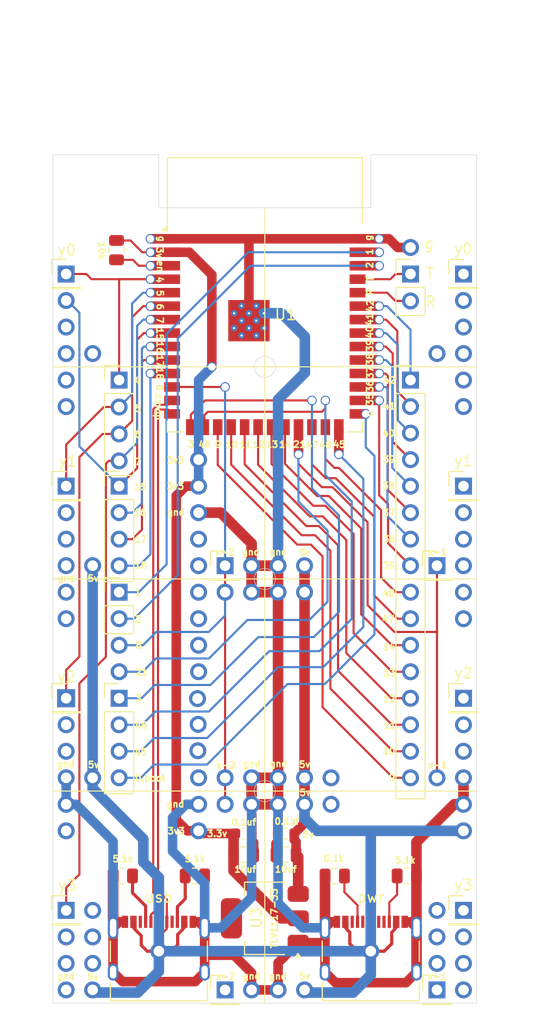
<source format=kicad_pcb>
(kicad_pcb (version 20241229) (generator "pcbnew") (generator_version "9.0")
  (layers (0 "F.Cu" signal) (2 "B.Cu" signal) (13 "F.Paste" user) (15 "B.Paste" user) (5 "F.SilkS" user "F.Silkscreen") (7 "B.SilkS" user "B.Silkscreen") (1 "F.Mask" user) (3 "B.Mask" user) (25 "Edge.Cuts" user))
  (net 0 "")
  (net 1 "y0")
  (net 2 "GND")
  (net 3 "Net-(J12-Pin_2)")
  (net 4 "y1")
  (net 5 "y2")
  (net 6 "y3")
  (net 7 "Net-(J12-Pin_1)")
  (net 8 "d+")
  (net 9 "g16")
  (net 10 "g15")
  (net 11 "x0")
  (net 12 "Net-(J5-Pin_1)")
  (net 13 "Net-(J5-Pin_2)")
  (net 14 "d-")
  (net 15 "g0")
  (net 16 "x1")
  (net 17 "Net-(J11-CC2)")
  (net 18 "Net-(J11-CC1)")
  (net 21 "Net-(U1-EN)")
  (net 22 "g45")
  (net 23 "+3V3")
  (net 24 "+5V")
  (net 25 "Net-(J13-Pin_6)")
  (net 26 "Net-(J13-Pin_7)")
  (net 27 "Net-(J13-Pin_4)")
  (net 28 "Net-(J13-Pin_2)")
  (net 29 "Net-(J13-Pin_3)")
  (net 30 "Net-(J13-Pin_1)")
  (net 31 "Net-(J13-Pin_5)")
  (net 32 "Net-(J13-Pin_8)")
  (net 33 "v14")
  (net 34 "v11")
  (net 35 "v13")
  (net 36 "v15")
  (net 37 "v9")
  (net 38 "v10")
  (net 39 "v12")
  (net 40 "v16")
  (net 41 "g46")
  (net 42 "g3")
  (net 43 "Net-(J8-CC2)")
  (net 44 "Net-(J8-CC1)")
  (net 51 "g18")
  (net 52 "g17")
  (footprint "RF_Module:ESP32-S3-WROOM-1" (layer "F.Cu") (at 40 33.19)
    (property "Reference" "U1")
    (property "Value" "ESP32-S3-WROOM-1" (hide yes))
  )
  (footprint "Connector_PinHeader_2.54mm:PinHeader_1x02_P2.54mm_Vertical" (layer "F.Cu") (at 53.75 31.25)
    (property "Reference" "J12" (hide yes))
    (property "Value" "Conn_01x02_Pin" (hide yes))
  )
  (footprint "Resistor_SMD:R_0805_2012Metric" (layer "F.Cu") (at 26.6 88 180)
    (property "Reference" "R3" (hide yes))
    (property "Value" "5.1k")
  )
  (footprint "Resistor_SMD:R_0805_2012Metric" (layer "F.Cu") (at 46.6 88.01 180)
    (property "Reference" "R5" (hide yes))
    (property "Value" "5.1k")
  )
  (footprint "Resistor_SMD:R_0805_2012Metric" (layer "F.Cu") (at 53.4 88)
    (property "Reference" "R6" (hide yes))
    (property "Value" "5.1k")
  )
  (footprint "Resistor_SMD:R_0805_2012Metric" (layer "F.Cu") (at 33.4 88)
    (property "Reference" "R4" (hide yes))
    (property "Value" "5.1k")
  )
  (footprint "Connector_PinHeader_2.54mm:PinHeader_1x01_P2.54mm_Vertical" (layer "F.Cu") (at 56.25 98.75)
    (property "Reference" "J9" (hide yes))
    (property "Value" "Conn_01x01_Pin")
  )
  (footprint "Connector_PinHeader_2.54mm:PinHeader_1x01_P2.54mm_Vertical" (layer "F.Cu") (at 21.25 71.25)
    (property "Reference" "J3" (hide yes))
    (property "Value" "Conn_01x01_Pin")
  )
  (footprint "Connector_PinHeader_2.54mm:PinHeader_1x01_P2.54mm_Vertical" (layer "F.Cu") (at 56.25 58.75)
    (property "Reference" "J9" (hide yes))
    (property "Value" "Conn_01x01_Pin")
  )
  (footprint "Connector_PinHeader_2.54mm:PinHeader_1x04_P2.54mm_Vertical" (layer "F.Cu") (at 26.25 41.25)
    (property "Reference" "J14" (hide yes))
    (property "Value" "Conn_01x04_Pin")
  )
  (footprint "Connector_PinHeader_2.54mm:PinHeader_1x01_P2.54mm_Vertical" (layer "F.Cu") (at 58.75 91.25)
    (property "Reference" "y3")
    (property "Value" "Conn_01x01_Pin")
  )
  (footprint "Connector_PinHeader_2.54mm:PinHeader_1x01_P2.54mm_Vertical" (layer "F.Cu") (at 21.25 91.25)
    (property "Reference" "J4" (hide yes))
    (property "Value" "Conn_01x01_Pin")
  )
  (footprint "Connector_PinHeader_2.54mm:PinHeader_1x01_P2.54mm_Vertical" (layer "F.Cu") (at 36.25 58.75)
    (property "Reference" "J10" (hide yes))
    (property "Value" "Conn_01x01_Pin")
  )
  (footprint "Connector_PinHeader_2.54mm:PinHeader_1x01_P2.54mm_Vertical" (layer "F.Cu") (at 58.75 51.25)
    (property "Reference" "y1")
    (property "Value" "Conn_01x01_Pin" (hide yes))
  )
  (footprint "Connector_USB:USB_C_Receptacle_XKB_U262-16XN-4BVC11" (layer "F.Cu") (at 30 96)
    (property "Reference" "J11" (hide yes))
    (property "Value" "USB_C_Receptacle_USB2.0_16P")
  )
  (footprint "Connector_PinHeader_2.54mm:PinHeader_1x01_P2.54mm_Vertical" (layer "F.Cu") (at 58.75 31.25)
    (property "Reference" "y0")
    (property "Value" "Conn_01x01_Pin" (hide yes))
  )
  (footprint "Connector_PinHeader_2.54mm:PinHeader_1x04_P2.54mm_Vertical" (layer "F.Cu") (at 26.25 71.25)
    (property "Reference" "J7" (hide yes))
    (property "Value" "Conn_01x04_Pin")
  )
  (footprint "Connector_PinHeader_2.54mm:PinHeader_1x01_P2.54mm_Vertical" (layer "F.Cu") (at 58.75 71.25)
    (property "Reference" "y2")
    (property "Value" "Conn_01x01_Pin")
  )
  (footprint "Capacitor_SMD:C_0603_1608Metric" (layer "F.Cu") (at 42 84 180)
    (property "Reference" "C1" (hide yes))
    (property "Value" "0.1uf")
  )
  (footprint "Connector_PinHeader_2.54mm:PinHeader_1x01_P2.54mm_Vertical" (layer "F.Cu") (at 21.25 31.25)
    (property "Reference" "J1" (hide yes))
    (property "Value" "Conn_01x01_Pin")
  )
  (footprint "Connector_PinHeader_2.54mm:PinHeader_1x02_P2.54mm_Vertical" (layer "F.Cu") (at 26.25 61.25)
    (property "Reference" "J5" (hide yes))
    (property "Value" "Conn_01x02_Pin" (hide yes))
  )
  (footprint "Capacitor_SMD:C_0805_2012Metric" (layer "F.Cu") (at 38 86)
    (property "Reference" "C4" (hide yes))
    (property "Value" "10uf")
  )
  (footprint "Connector_PinHeader_2.54mm:PinHeader_1x01_P2.54mm_Vertical" (layer "F.Cu") (at 21.25 51.25)
    (property "Reference" "J2" (hide yes))
    (property "Value" "Conn_01x01_Pin")
  )
  (footprint "Package_TO_SOT_SMD:SOT-223" (layer "F.Cu") (at 40 92 180)
    (property "Reference" "U3")
    (property "Value" "TLV1117-33")
  )
  (footprint "Connector_PinHeader_2.54mm:PinHeader_1x04_P2.54mm_Vertical" (layer "F.Cu") (at 26.25 51.25)
    (property "Reference" "J6" (hide yes))
    (property "Value" "Conn_01x04_Pin")
  )
  (footprint "Connector_PinHeader_2.54mm:PinHeader_1x16_P2.54mm_Vertical" (layer "F.Cu") (at 53.75 41.25)
    (property "Reference" "J13" (hide yes))
    (property "Value" "Conn_01x16_Pin")
  )
  (footprint "Capacitor_SMD:C_0805_2012Metric" (layer "F.Cu") (at 42 86 180)
    (property "Reference" "C2" (hide yes))
    (property "Value" "10uf")
  )
  (footprint "Connector_PinHeader_2.54mm:PinHeader_1x01_P2.54mm_Vertical" (layer "F.Cu") (at 36.25 98.75)
    (property "Reference" "x-2")
    (property "Value" "Conn_01x01_Pin")
  )
  (footprint "Connector_USB:USB_C_Receptacle_XKB_U262-16XN-4BVC11" (layer "F.Cu") (at 50 96)
    (property "Reference" "J8" (hide yes))
    (property "Value" "USB_C_Receptacle_USB2.0_16P")
  )
  (footprint "Capacitor_SMD:C_0603_1608Metric" (layer "F.Cu") (at 38 84)
    (property "Reference" "C3" (hide yes))
    (property "Value" "0.1uf")
  )
  (footprint "Resistor_SMD:R_0805_2012Metric" (layer "F.Cu") (at 26 29 -90)
    (property "Reference" "R1" (hide yes))
    (property "Value" "R")
  )
  (gr_line (start 20 60) (end 60 60) (stroke (width 0.1)) (layer "F.SilkS"))
  (gr_line (start 20 80) (end 60 80) (stroke (width 0.1)) (layer "F.SilkS"))
  (gr_line (start 20 40) (end 60 40) (stroke (width 0.1)) (layer "F.SilkS"))
  (gr_line (start 40 100) (end 40 25) (stroke (width 0.1)) (layer "F.SilkS"))
  (gr_line (start 50 25) (end 50 20) (stroke (width 0.05)) (layer "Edge.Cuts"))
  (gr_line (start 50 25) (end 30 25) (stroke (width 0.05)) (layer "Edge.Cuts"))
  (gr_line (start 50 20) (end 60 20) (stroke (width 0.05)) (layer "Edge.Cuts"))
  (gr_circle (center 40 60) (end 41 60) (stroke (width 0.05)) (fill no) (layer "Edge.Cuts"))
  (gr_line (start 30 20) (end 30 25) (stroke (width 0.05)) (layer "Edge.Cuts"))
  (gr_circle (center 40 80) (end 41 80) (stroke (width 0.05)) (fill no) (layer "Edge.Cuts"))
  (gr_line (start 20 20) (end 30 20) (stroke (width 0.05)) (layer "Edge.Cuts"))
  (gr_line (start 20 100) (end 20 20) (stroke (width 0.05)) (layer "Edge.Cuts"))
  (gr_circle (center 40 40) (end 41 40) (stroke (width 0.05)) (fill no) (layer "Edge.Cuts"))
  (gr_line (start 20 100) (end 60 100) (stroke (width 0.05)) (layer "Edge.Cuts"))
  (gr_line (start 60 100) (end 60 20) (stroke (width 0.05)) (layer "Edge.Cuts"))
  (gr_text "g" (at 50.1 28.2 90) (layer "F.SilkS") (effects (font (size 0.6 0.6)) (justify left bottom)))
  (gr_text "47" (at 43.8 47.75 0) (layer "F.SilkS") (effects (font (size 0.6 0.6)) (justify left bottom)))
  (gr_text "gnd" (at 40.36 57.81 0) (layer "F.SilkS") (effects (font (size 0.6 0.6)) (justify left bottom)))
  (gr_text "46" (at 33.65 47.7 0) (layer "F.SilkS") (effects (font (size 0.6 0.6)) (justify left bottom)))
  (gr_text "1" (at 50.25 29.54 90) (layer "F.SilkS") (effects (font (size 0.6 0.6)) (justify left bottom)))
  (gr_text "1" (at 27.64 61.61 0) (layer "F.SilkS") (effects (font (size 0.6 0.6)) (justify left bottom)))
  (gr_text "y3" (at 21.37 88.91 0) (layer "F.SilkS") (effects (font (size 1 1))))
  (gr_text "x-1" (at 56.29 57.47 0) (layer "F.SilkS") (effects (font (size 0.6 0.6))))
  (gr_text "41" (at 51.75 43.72 0) (layer "F.SilkS") (effects (font (size 0.6 0.6))))
  (gr_text "5.1k" (at 53.25 86.52 0) (layer "F.SilkS") (effects (font (size 0.6 0.6))))
  (gr_text "x-1" (at 55.31 77.89 0) (layer "F.SilkS") (effects (font (size 0.6 0.6)) (justify left bottom)))
  (gr_text "gnd" (at 20.33 77.79 0) (layer "F.SilkS") (effects (font (size 0.6 0.6)) (justify left bottom)))
  (gr_text "5.1k" (at 46.51 86.36 0) (layer "F.SilkS") (effects (font (size 0.6 0.6))))
  (gr_text "3" (at 28.06 71.29 0) (layer "F.SilkS") (effects (font (size 0.6 0.6))))
  (gr_text "3.3v" (at 34.45 84.36 0) (layer "F.SilkS") (effects (font (size 0.6 0.6)) (justify left bottom)))
  (gr_text "21" (at 42.6 47.675 0) (layer "F.SilkS") (effects (font (size 0.6 0.6)) (justify left bottom)))
  (gr_text "gnd" (at 31.61 53.72 0) (layer "F.SilkS") (effects (font (size 0.6 0.6))))
  (gr_text "38" (at 51.67 51.21 0) (layer "F.SilkS") (effects (font (size 0.6 0.6))))
  (gr_text "7" (at 28.01 48.96 0) (layer "F.SilkS") (effects (font (size 0.6 0.6))))
  (gr_text "15" (at 29.725 36.225 270) (layer "F.SilkS") (effects (font (size 0.6 0.6)) (justify left bottom)))
  (gr_text "46" (at 28.33 73.82 0) (layer "F.SilkS") (effects (font (size 0.6 0.6))))
  (gr_text "x-2" (at 35.35 77.9 0) (layer "F.SilkS") (effects (font (size 0.6 0.6)) (justify left bottom)))
  (gr_text "y0" (at 21.3 28.98 0) (layer "F.SilkS") (effects (font (size 1 1))))
  (gr_text "y2" (at 21.29 69.23 0) (layer "F.SilkS") (effects (font (size 1 1))))
  (gr_text "14" (at 51.07 66.76 0) (layer "F.SilkS") (effects (font (size 0.6 0.6)) (justify left bottom)))
  (gr_text "8" (at 29.725 41.575 270) (layer "F.SilkS") (effects (font (size 0.6 0.6)) (justify left bottom)))
  (gr_text "10" (at 36.2 47.7 0) (layer "F.SilkS") (effects (font (size 0.6 0.6)) (justify left bottom)))
  (gr_text "10uf" (at 37.04 87.73 0) (layer "F.SilkS") (effects (font (size 0.6 0.6)) (justify left bottom)))
  (gr_text "y1" (at 21.4 48.91 0) (layer "F.SilkS") (effects (font (size 1 1))))
  (gr_text "5v" (at 23.22 77.87 0) (layer "F.SilkS") (effects (font (size 0.6 0.6)) (justify left bottom)))
  (gr_text "3v3" (at 31.64 83.77 0) (layer "F.SilkS") (effects (font (size 0.6 0.6))))
  (gr_text "48" (at 45.05 47.725 0) (layer "F.SilkS") (effects (font (size 0.6 0.6)) (justify left bottom)))
  (gr_text "13" (at 51.12 69.21 0) (layer "F.SilkS") (effects (font (size 0.6 0.6)) (justify left bottom)))
  (gr_text "18" (at 29.725 39.975 270) (layer "F.SilkS") (effects (font (size 0.6 0.6)) (justify left bottom)))
  (gr_text "0.1uf" (at 36.76 83.28 0) (layer "F.SilkS") (effects (font (size 0.6 0.6)) (justify left bottom)))
  (gr_text "5" (at 28.03 43.94 0) (layer "F.SilkS") (effects (font (size 0.6 0.6))))
  (gr_text "gnd" (at 37.84 97.8 0) (layer "F.SilkS") (effects (font (size 0.6 0.6)) (justify left bottom)))
  (gr_text "4" (at 27.97 41.36 0) (layer "F.SilkS") (effects (font (size 0.6 0.6))))
  (gr_text "41" (at 50.25 36.2 90) (layer "F.SilkS") (effects (font (size 0.6 0.6)) (justify left bottom)))
  (gr_text "4" (at 29.725 31.4 270) (layer "F.SilkS") (effects (font (size 0.6 0.6)) (justify left bottom)))
  (gr_text "6" (at 29.75 33.95 270) (layer "F.SilkS") (effects (font (size 0.6 0.6)) (justify left bottom)))
  (gr_text "40" (at 51.68 46.27 0) (layer "F.SilkS") (effects (font (size 0.6 0.6))))
  (gr_text "5v" (at 43.19 57.85 0) (layer "F.SilkS") (effects (font (size 0.6 0.6)) (justify left bottom)))
  (gr_text "17" (at 29.75 38.775 270) (layer "F.SilkS") (effects (font (size 0.6 0.6)) (justify left bottom)))
  (gr_text "15" (at 28.28 51.33 0) (layer "F.SilkS") (effects (font (size 0.6 0.6))))
  (gr_text "38" (at 50.275 39.975 90) (layer "F.SilkS") (effects (font (size 0.6 0.6)) (justify left bottom)))
  (gr_text "40" (at 50.25 37.4 90) (layer "F.SilkS") (effects (font (size 0.6 0.6)) (justify left bottom)))
  (gr_text "35" (at 50.275 43.75 90) (layer "F.SilkS") (effects (font (size 0.6 0.6)) (justify left bottom)))
  (gr_text "12" (at 38.725 47.675 0) (layer "F.SilkS") (effects (font (size 0.6 0.6)) (justify left bottom)))
  (gr_text "18" (at 28.29 58.73 0) (layer "F.SilkS") (effects (font (size 0.6 0.6))))
  (gr_text "16" (at 29.75 37.5 270) (layer "F.SilkS") (effects (font (size 0.6 0.6)) (justify left bottom)))
  (gr_text "x-1" (at 56.27 97.49 0) (layer "F.SilkS") (effects (font (size 0.6 0.6))))
  (gr_text "8" (at 27.71 66.61 0) (layer "F.SilkS") (effects (font (size 0.6 0.6)) (justify left bottom)))
  (gr_text "6" (at 28 46.37 0) (layer "F.SilkS") (effects (font (size 0.6 0.6))))
  (gr_text "g" (at 29.9 27.56 270) (layer "F.SilkS") (effects (font (size 0.6 0.6)) (justify left bottom)))
  (gr_text "12" (at 51.09 71.65 0) (layer "F.SilkS") (effects (font (size 0.6 0.6)) (justify left bottom)))
  (gr_text "gnd" (at 20.32 97.83 0) (layer "F.SilkS") (effects (font (size 0.6 0.6)) (justify left bottom)))
  (gr_text "5v" (at 43.15 77.85 0) (layer "F.SilkS") (effects (font (size 0.6 0.6)) (justify left bottom)))
  (gr_text "dm" (at 29.61 42.4 270) (layer "F.SilkS") (effects (font (size 0.6 0.6)) (justify left bottom)))
  (gr_text "3" (at 32.65 47.65 0) (layer "F.SilkS") (effects (font (size 0.6 0.6)) (justify left bottom)))
  (gr_text "R" (at 50.3 33.37 90) (layer "F.SilkS") (effects (font (size 0.6 0.6)) (justify left bottom)))
  (gr_text "37" (at 50.3 41.225 90) (layer "F.SilkS") (effects (font (size 0.6 0.6)) (justify left bottom)))
  (gr_text "35" (at 51.71 58.75 0) (layer "F.SilkS") (effects (font (size 0.6 0.6))))
  (gr_text "16" (at 28.25 53.73 0) (layer "F.SilkS") (effects (font (size 0.6 0.6))))
  (gr_text "10uf" (at 40.87 87.73 0) (layer "F.SilkS") (effects (font (size 0.6 0.6)) (justify left bottom)))
  (gr_text "42" (at 51.76 41.27 0) (layer "F.SilkS") (effects (font (size 0.6 0.6))))
  (gr_text "45" (at 28.3 76.34 0) (layer "F.SilkS") (effects (font (size 0.6 0.6))))
  (gr_text "5v" (at 43.47 84.47 0) (layer "F.SilkS") (effects (font (size 0.6 0.6)) (justify left bottom)))
  (gr_text "gnd" (at 38.68 57.47 0) (layer "F.SilkS") (effects (font (size 0.6 0.6))))
  (gr_text "T" (at 50.31 32.03 90) (layer "F.SilkS") (effects (font (size 0.6 0.6)) (justify left bottom)))
  (gr_text "pwr" (at 50 90 0) (layer "F.SilkS") (effects (font (size 1 1))))
  (gr_text "9" (at 35.2 47.675 0) (layer "F.SilkS") (effects (font (size 0.6 0.6)) (justify left bottom)))
  (gr_text "7" (at 29.75 35.225 270) (layer "F.SilkS") (effects (font (size 0.6 0.6)) (justify left bottom)))
  (gr_text "14" (at 41.25 47.675 0) (layer "F.SilkS") (effects (font (size 0.6 0.6)) (justify left bottom)))
  (gr_text "0" (at 50.25 44.79 90) (layer "F.SilkS") (effects (font (size 0.6 0.6)) (justify left bottom)))
  (gr_text "39" (at 51.72 48.73 0) (layer "F.SilkS") (effects (font (size 0.6 0.6))))
  (gr_text "5v" (at 23.19 60.3 0) (layer "F.SilkS") (effects (font (size 0.6 0.6)) (justify left bottom)))
  (gr_text "gnd" (at 40.33 97.82 0) (layer "F.SilkS") (effects (font (size 0.6 0.6)) (justify left bottom)))
  (gr_text "5v" (at 23.17 97.88 0) (layer "F.SilkS") (effects (font (size 0.6 0.6)) (justify left bottom)))
  (gr_text "9" (at 51.63 79.1 0) (layer "F.SilkS") (effects (font (size 0.6 0.6)) (justify left bottom)))
  (gr_text "usb" (at 30 90 0) (layer "F.SilkS") (effects (font (size 1 1))))
  (gr_text "dp" (at 29.61 43.83 270) (layer "F.SilkS") (effects (font (size 0.6 0.6)) (justify left bottom)))
  (gr_text "48" (at 51.03 61.71 0) (layer "F.SilkS") (effects (font (size 0.6 0.6)) (justify left bottom)))
  (gr_text "5" (at 29.75 32.675 270) (layer "F.SilkS") (effects (font (size 0.6 0.6)) (justify left bottom)))
  (gr_text "36" (at 51.73 56.25 0) (layer "F.SilkS") (effects (font (size 0.6 0.6))))
  (gr_text "T" (at 55.08 31.79 0) (layer "F.SilkS") (effects (font (size 1 1)) (justify left bottom)))
  (gr_text "gnd" (at 40.38 77.78 0) (layer "F.SilkS") (effects (font (size 0.6 0.6)) (justify left bottom)))
  (gr_text "g" (at 54.96 28.97 0) (layer "F.SilkS") (effects (font (size 1 1)) (justify left bottom)))
  (gr_text "gnd" (at 20.36 60.26 0) (layer "F.SilkS") (effects (font (size 0.6 0.6)) (justify left bottom)))
  (gr_text "2" (at 27.67 64.16 0) (layer "F.SilkS") (effects (font (size 0.6 0.6)) (justify left bottom)))
  (gr_text "36" (at 50.275 42.5 90) (layer "F.SilkS") (effects (font (size 0.6 0.6)) (justify left bottom)))
  (gr_text "en" (at 29.775 29.9 270) (layer "F.SilkS") (effects (font (size 0.6 0.6)) (justify left bottom)))
  (gr_text "0,boot" (at 29.18 78.78 0) (layer "F.SilkS") (effects (font (size 0.6 0.6))))
  (gr_text "17" (at 28.28 56.27 0) (layer "F.SilkS") (effects (font (size 0.6 0.6))))
  (gr_text "13" (at 40 47.675 0) (layer "F.SilkS") (effects (font (size 0.6 0.6)) (justify left bottom)))
  (gr_text "5v" (at 43.2 80.5 0) (layer "F.SilkS") (effects (font (size 0.6 0.6)) (justify left bottom)))
  (gr_text "3v3" (at 31.57 48.83 0) (layer "F.SilkS") (effects (font (size 0.6 0.6))))
  (gr_text "5v" (at 43.14 97.79 0) (layer "F.SilkS") (effects (font (size 0.6 0.6)) (justify left bottom)))
  (gr_text "21" (at 27.68 69.13 0) (layer "F.SilkS") (effects (font (size 0.6 0.6)) (justify left bottom)))
  (gr_text "45" (at 46.35 47.675 0) (layer "F.SilkS") (effects (font (size 0.6 0.6)) (justify left bottom)))
  (gr_text "3v" (at 29.725 28.625 270) (layer "F.SilkS") (effects (font (size 0.6 0.6)) (justify left bottom)))
  (gr_text "gnd" (at 31.57 81.23 0) (layer "F.SilkS") (effects (font (size 0.6 0.6))))
  (gr_text "11" (at 51.14 74.18 0) (layer "F.SilkS") (effects (font (size 0.6 0.6)) (justify left bottom)))
  (gr_text "R" (at 55.02 34.45 0) (layer "F.SilkS") (effects (font (size 1 1)) (justify left bottom)))
  (gr_text "gnd" (at 37.87 77.79 0) (layer "F.SilkS") (effects (font (size 0.6 0.6)) (justify left bottom)))
  (gr_text "37" (at 51.71 53.77 0) (layer "F.SilkS") (effects (font (size 0.6 0.6))))
  (gr_text "10k" (at 24.28 28.12 270) (layer "F.SilkS") (effects (font (size 0.6 0.6)) (justify left bottom)))
  (gr_text "11" (at 37.475 47.7 0) (layer "F.SilkS") (effects (font (size 0.6 0.6)) (justify left bottom)))
  (gr_text "0.1uf" (at 40.83 83.21 0) (layer "F.SilkS") (effects (font (size 0.6 0.6)) (justify left bottom)))
  (gr_text "10" (at 51.06 76.59 0) (layer "F.SilkS") (effects (font (size 0.6 0.6)) (justify left bottom)))
  (gr_text "3v3" (at 31.57 51.27 0) (layer "F.SilkS") (effects (font (size 0.6 0.6))))
  (gr_text "2" (at 50.25 30.8 90) (layer "F.SilkS") (effects (font (size 0.6 0.6)) (justify left bottom)))
  (gr_text "x-2" (at 36.25 57.49 0) (layer "F.SilkS") (effects (font (size 0.6 0.6))))
  (gr_text "47" (at 50.98 64.15 0) (layer "F.SilkS") (effects (font (size 0.6 0.6)) (justify left bottom)))
  (gr_text "39" (at 50.275 38.675 90) (layer "F.SilkS") (effects (font (size 0.6 0.6)) (justify left bottom)))
  (gr_text "42" (at 50.3 34.925 90) (layer "F.SilkS") (effects (font (size 0.6 0.6)) (justify left bottom)))
  (via (at 58.75 96.25) (size 1.6) (drill 1) (layers "F.Cu" "B.Cu") (net 0))
  (via (at 33.75 63.75) (size 1.6) (drill 1) (layers "F.Cu" "B.Cu") (net 0))
  (via (at 33.71 73.71) (size 1.6) (drill 1) (layers "F.Cu" "B.Cu") (net 0))
  (via (at 33.68 76.2) (size 1.6) (drill 1) (layers "F.Cu" "B.Cu") (net 0))
  (via (at 58.75 61.25) (size 1.6) (drill 1) (layers "F.Cu" "B.Cu") (net 0))
  (via (at 21.25 38.75) (size 1.6) (drill 1) (layers "F.Cu" "B.Cu") (net 0))
  (via (at 23.75 38.75) (size 1.6) (drill 1) (layers "F.Cu" "B.Cu") (net 0))
  (via (at 21.25 36.25) (size 1.6) (drill 1) (layers "F.Cu" "B.Cu") (net 0))
  (via (at 58.75 38.75) (size 1.6) (drill 1) (layers "F.Cu" "B.Cu") (net 0))
  (via (at 33.75 78.75) (size 1.6) (drill 1) (layers "F.Cu" "B.Cu") (net 0))
  (via (at 21.25 98.75) (size 1.6) (drill 1) (layers "F.Cu" "B.Cu") (net 0))
  (via (at 58.75 58.75) (size 1.6) (drill 1) (layers "F.Cu" "B.Cu") (net 0))
  (via (at 21.25 73.75) (size 1.6) (drill 1) (layers "F.Cu" "B.Cu") (net 0))
  (via (at 21.25 53.75) (size 1.6) (drill 1) (layers "F.Cu" "B.Cu") (net 0))
  (via (at 21.25 43.75) (size 1.6) (drill 1) (layers "F.Cu" "B.Cu") (net 0))
  (via (at 58.75 93.75) (size 1.6) (drill 1) (layers "F.Cu" "B.Cu") (net 0))
  (via (at 58.75 33.75) (size 1.6) (drill 1) (layers "F.Cu" "B.Cu") (net 0))
  (via (at 21.25 61.25) (size 1.6) (drill 1) (layers "F.Cu" "B.Cu") (net 0))
  (via (at 23.75 93.75) (size 1.6) (drill 1) (layers "F.Cu" "B.Cu") (net 0))
  (via (at 56.25 91.25) (size 1.6) (drill 1) (layers "F.Cu" "B.Cu") (net 0))
  (via (at 23.75 91.25) (size 1.6) (drill 1) (layers "F.Cu" "B.Cu") (net 0))
  (via (at 56.25 38.75) (size 1.6) (drill 1) (layers "F.Cu" "B.Cu") (net 0))
  (via (at 58.75 43.75) (size 1.6) (drill 1) (layers "F.Cu" "B.Cu") (net 0))
  (via (at 56.25 93.75) (size 1.6) (drill 1) (layers "F.Cu" "B.Cu") (net 0))
  (via (at 21.25 93.75) (size 1.6) (drill 1) (layers "F.Cu" "B.Cu") (net 0))
  (via (at 33.65 71.28) (size 1.6) (drill 1) (layers "F.Cu" "B.Cu") (net 0))
  (via (at 46.25 81.25) (size 1.6) (drill 1) (layers "F.Cu" "B.Cu") (net 0))
  (via (at 21.25 56.25) (size 1.6) (drill 1) (layers "F.Cu" "B.Cu") (net 0))
  (via (at 21.25 41.25) (size 1.6) (drill 1) (layers "F.Cu" "B.Cu") (net 0))
  (via (at 21.25 76.25) (size 1.6) (drill 1) (layers "F.Cu" "B.Cu") (net 0))
  (via (at 21.25 63.75) (size 1.6) (drill 1) (layers "F.Cu" "B.Cu") (net 0))
  (via (at 56.25 96.25) (size 1.6) (drill 1) (layers "F.Cu" "B.Cu") (net 0))
  (via (at 33.75 61.25) (size 1.6) (drill 1) (layers "F.Cu" "B.Cu") (net 0))
  (via (at 58.75 53.75) (size 1.6) (drill 1) (layers "F.Cu" "B.Cu") (net 0))
  (via (at 21.25 96.25) (size 1.6) (drill 1) (layers "F.Cu" "B.Cu") (net 0))
  (via (at 58.75 56.25) (size 1.6) (drill 1) (layers "F.Cu" "B.Cu") (net 0))
  (via (at 58.75 73.75) (size 1.6) (drill 1) (layers "F.Cu" "B.Cu") (net 0))
  (via (at 33.75 58.75) (size 1.6) (drill 1) (layers "F.Cu" "B.Cu") (net 0))
  (via (at 33.75 56.25) (size 1.6) (drill 1) (layers "F.Cu" "B.Cu") (net 0))
  (via (at 58.75 41.25) (size 1.6) (drill 1) (layers "F.Cu" "B.Cu") (net 0))
  (via (at 58.75 76.25) (size 1.6) (drill 1) (layers "F.Cu" "B.Cu") (net 0))
  (via (at 46.25 78.75) (size 1.6) (drill 1) (layers "F.Cu" "B.Cu") (net 0))
  (via (at 23.75 96.25) (size 1.6) (drill 1) (layers "F.Cu" "B.Cu") (net 0))
  (via (at 58.75 98.75) (size 1.6) (drill 1) (layers "F.Cu" "B.Cu") (net 0))
  (via (at 58.75 63.75) (size 1.6) (drill 1) (layers "F.Cu" "B.Cu") (net 0))
  (via (at 58.75 36.25) (size 1.6) (drill 1) (layers "F.Cu" "B.Cu") (net 0))
  (via (at 33.75 68.75) (size 1.6) (drill 1) (layers "F.Cu" "B.Cu") (net 0))
  (via (at 21.25 58.75) (size 1.6) (drill 1) (layers "F.Cu" "B.Cu") (net 0))
  (via (at 33.75 66.25) (size 1.6) (drill 1) (layers "F.Cu" "B.Cu") (net 0))
  (via (at 21.25 83.75) (size 1.6) (drill 1) (layers "F.Cu" "B.Cu") (net 0))
  (segment (start 29.205 31.74) (end 31.25 31.74) (width 0.9) (layer "F.Cu") (net 1))
  (segment (start 26.25 41.25) (end 26.25 31.74) (width 0.2) (layer "F.Cu") (net 1))
  (segment (start 23.64 31.74) (end 23.15 31.25) (width 0.2) (layer "F.Cu") (net 1))
  (segment (start 23.15 31.25) (end 21.25 31.25) (width 0.2) (layer "F.Cu") (net 1))
  (segment (start 29.205 31.74) (end 23.64 31.74) (width 0.2) (layer "F.Cu") (net 1))
  (segment (start 26.25 31.74) (end 29.205 31.74) (width 0.2) (layer "F.Cu") (net 1))
  (via (at 29.205 31.74) (size 0.9) (drill 0.7) (layers "F.Cu" "B.Cu") (net 1))
  (segment (start 41.25 78.75) (end 41.25 61.25) (width 1) (layer "F.Cu") (net 2))
  (segment (start 41.225 84) (end 41.225 84.055) (width 0.9) (layer "F.Cu") (net 2))
  (segment (start 25.68 92.895) (end 25.68 97.075) (width 0.9) (layer "F.Cu") (net 2))
  (segment (start 34.32 92.895) (end 34.32 88.0075) (width 0.9) (layer "F.Cu") (net 2))
  (segment (start 46.675 98.07) (end 53.325 98.07) (width 0.9) (layer "F.Cu") (net 2))
  (segment (start 45.68 88.0175) (end 45.6875 88.01) (width 0.2) (layer "F.Cu") (net 2))
  (segment (start 41.25 81.25) (end 41.25 82.64) (width 0.9) (layer "F.Cu") (net 2))
  (segment (start 25.68 97.075) (end 26.575 97.97) (width 0.9) (layer "F.Cu") (net 2))
  (segment (start 38.775 84) (end 38.775 84.685) (width 0.9) (layer "F.Cu") (net 2))
  (segment (start 33.425 97.97) (end 34.32 97.075) (width 0.9) (layer "F.Cu") (net 2))
  (segment (start 37.09 95.48) (end 38.75 97.14) (width 0.9) (layer "F.Cu") (net 2))
  (segment (start 43.15 94.3) (end 41.25 96.2) (width 0.9) (layer "F.Cu") (net 2))
  (segment (start 38.75 58.75) (end 38.75 61.25) (width 1) (layer "F.Cu") (net 2))
  (segment (start 33.35 92.33) (end 33.755 92.33) (width 0.9) (layer "F.Cu") (net 2))
  (segment (start 33.755 92.33) (end 34.32 92.895) (width 0.9) (layer "F.Cu") (net 2))
  (segment (start 41.225 84) (end 41.225 84.775) (width 0.9) (layer "F.Cu") (net 2))
  (segment (start 43.15 94.3) (end 45.68 94.3) (width 0.9) (layer "F.Cu") (net 2))
  (segment (start 53.755 92.33) (end 54.32 92.895) (width 0.9) (layer "F.Cu") (net 2))
  (segment (start 38.75 82.26) (end 38.775 82.285) (width 0.9) (layer "F.Cu") (net 2))
  (segment (start 38.775 84.685) (end 38.95 84.86) (width 0.9) (layer "F.Cu") (net 2))
  (segment (start 54.32 92.895) (end 54.32 97.075) (width 1) (layer "F.Cu") (net 2))
  (segment (start 45.68 92.895) (end 45.68 97.075) (width 0.9) (layer "F.Cu") (net 2))
  (segment (start 38.5 27.93) (end 38.5 34.95) (width 0.9) (layer "F.Cu") (net 2))
  (segment (start 29.205 27.93) (end 38.5 27.93) (width 0.9) (layer "F.Cu") (net 2))
  (segment (start 41.25 61.25) (end 41.25 58.75) (width 1) (layer "F.Cu") (net 2))
  (segment (start 54.3125 92.8875) (end 53.9075 92.8875) (width 0.2) (layer "F.Cu") (net 2))
  (segment (start 46.65 92.33) (end 46.245 92.33) (width 0.9) (layer "F.Cu") (net 2))
  (segment (start 45.68 97.075) (end 46.675 98.07) (width 0.9) (layer "F.Cu") (net 2))
  (segment (start 38.75 98.75) (end 41.25 98.75) (width 0.9) (layer "F.Cu") (net 2))
  (segment (start 38.75 81.25) (end 38.75 78.75) (width 1) (layer "F.Cu") (net 2))
  (segment (start 26.245 92.33) (end 25.68 92.895) (width 0.9) (layer "F.Cu") (net 2))
  (segment (start 35.84 53.75) (end 38.75 56.66) (width 1) (layer "F.Cu") (net 2))
  (segment (start 38.75 82.26) (end 38.75 81.25) (width 0.9) (layer "F.Cu") (net 2))
  (segment (start 34.32 92.895) (end 34.32 97.075) (width 0.9) (layer "F.Cu") (net 2))
  (segment (start 41.225 84.775) (end 41.05 84.95) (width 0.9) (layer "F.Cu") (net 2))
  (segment (start 53.75 28.75) (end 52.54 28.75) (width 0.9) (layer "F.Cu") (net 2))
  (segment (start 48.75 27.93) (end 50.795 27.93) (width 0.9) (layer "F.Cu") (net 2))
  (segment (start 34.32 95.48) (end 37.09 95.48) (width 0.9) (layer "F.Cu") (net 2))
  (segment (start 41.25 98.75) (end 41.25 96.2) (width 0.9) (layer "F.Cu") (net 2))
  (segment (start 41.25 82.64) (end 41.225 82.665) (width 0.9) (layer "F.Cu") (net 2))
  (segment (start 58.75 81.25) (end 57.87 81.25) (width 1) (layer "F.Cu") (net 2))
  (segment (start 57.87 81.25) (end 54.3125 84.8075) (width 1) (layer "F.Cu") (net 2))
  (segment (start 41.225 82.665) (end 41.225 84) (width 0.9) (layer "F.Cu") (net 2))
  (segment (start 52.54 28.75) (end 51.72 27.93) (width 0.9) (layer "F.Cu") (net 2))
  (segment (start 41.05 84.95) (end 41.05 86) (width 0.9) (layer "F.Cu") (net 2))
  (segment (start 53.325 98.07) (end 54.32 97.075) (width 0.9) (layer "F.Cu") (net 2))
  (segment (start 25.68 92.895) (end 25.68 88.0075) (width 1) (layer "F.Cu") (net 2))
  (segment (start 34.32 92.895) (end 34.3125 92.8875) (width 1) (layer "F.Cu") (net 2))
  (segment (start 38.95 84.86) (end 38.95 86) (width 0.9) (layer "F.Cu") (net 2))
  (segment (start 46.245 92.33) (end 45.68 92.895) (width 0.9) (layer "F.Cu") (net 2))
  (segment (start 53.35 92.33) (end 53.755 92.33) (width 0.9) (layer "F.Cu") (net 2))
  (segment (start 33.75 53.75) (end 35.84 53.75) (width 1) (layer "F.Cu") (net 2))
  (segment (start 38.75 78.75) (end 41.25 78.75) (width 1) (layer "F.Cu") (net 2))
  (segment (start 58.75 81.25) (end 58.75 78.75) (width 1) (layer "F.Cu") (net 2))
  (segment (start 51.72 27.93) (end 50.795 27.93) (width 0.9) (layer "F.Cu") (net 2))
  (segment (start 54.3125 88) (end 54.3125 92.8875) (width 1) (layer "F.Cu") (net 2))
  (segment (start 50.795 27.93) (end 38.5 27.93) (width 0.9) (layer "F.Cu") (net 2))
  (segment (start 38.75 97.14) (end 38.75 98.75) (width 0.9) (layer "F.Cu") (net 2))
  (segment (start 54.3125 92.8875) (end 54.32 92.895) (width 0.2) (layer "F.Cu") (net 2))
  (segment (start 38.75 61.25) (end 41.25 61.25) (width 1) (layer "F.Cu") (net 2))
  (segment (start 41.25 78.75) (end 41.25 81.25) (width 1) (layer "F.Cu") (net 2))
  (segment (start 45.68 92.895) (end 45.68 88.0175) (width 1) (layer "F.Cu") (net 2))
  (segment (start 34.32 88.0075) (end 34.3125 88) (width 0.9) (layer "F.Cu") (net 2))
  (segment (start 29.205 27.93) (end 31.25 27.93) (width 0.9) (layer "F.Cu") (net 2))
  (segment (start 38.75 81.25) (end 41.25 81.25) (width 1) (layer "F.Cu") (net 2))
  (segment (start 26.65 92.33) (end 26.245 92.33) (width 0.9) (layer "F.Cu") (net 2))
  (segment (start 26.575 97.97) (end 33.425 97.97) (width 0.9) (layer "F.Cu") (net 2))
  (segment (start 54.3125 84.8075) (end 54.3125 88) (width 1) (layer "F.Cu") (net 2))
  (segment (start 38.75 56.66) (end 38.75 58.75) (width 1) (layer "F.Cu") (net 2))
  (segment (start 38.775 82.285) (end 38.775 84) (width 0.9) (layer "F.Cu") (net 2))
  (segment (start 41.25 58.75) (end 38.75 58.75) (width 1) (layer "F.Cu") (net 2))
  (segment (start 25.68 88.0075) (end 25.6875 88) (width 1) (layer "F.Cu") (net 2))
  (via (at 41.25 81.25) (size 1.6) (drill 1) (layers "F.Cu" "B.Cu") (net 2))
  (via (at 38.75 81.25) (size 1.6) (drill 1) (layers "F.Cu" "B.Cu") (net 2))
  (via (at 41.25 98.75) (size 1.6) (drill 1) (layers "F.Cu" "B.Cu") (net 2))
  (via (at 38.75 58.75) (size 1.6) (drill 1) (layers "F.Cu" "B.Cu") (net 2))
  (via (at 38.75 78.75) (size 1.6) (drill 1) (layers "F.Cu" "B.Cu") (net 2))
  (via (at 41.25 58.75) (size 1.6) (drill 1) (layers "F.Cu" "B.Cu") (net 2))
  (via (at 29.205 27.93) (size 0.9) (drill 0.7) (layers "F.Cu" "B.Cu") (net 2))
  (via (at 33.75 81.25) (size 1.6) (drill 1) (layers "F.Cu" "B.Cu") (net 2))
  (via (at 21.25 78.75) (size 1.6) (drill 1) (layers "F.Cu" "B.Cu") (net 2))
  (via (at 41.25 61.25) (size 1.6) (drill 1) (layers "F.Cu" "B.Cu") (net 2))
  (via (at 38.75 98.75) (size 1.6) (drill 1) (layers "F.Cu" "B.Cu") (net 2))
  (via (at 58.75 81.25) (size 1.6) (drill 1) (layers "F.Cu" "B.Cu") (net 2))
  (via (at 21.25 81.25) (size 1.6) (drill 1) (layers "F.Cu" "B.Cu") (net 2))
  (via (at 33.75 53.75) (size 1.6) (drill 1) (layers "F.Cu" "B.Cu") (net 2))
  (via (at 41.25 78.75) (size 1.6) (drill 1) (layers "F.Cu" "B.Cu") (net 2))
  (via (at 58.75 78.75) (size 1.6) (drill 1) (layers "F.Cu" "B.Cu") (net 2))
  (via (at 38.75 61.25) (size 1.6) (drill 1) (layers "F.Cu" "B.Cu") (net 2))
  (via (at 50.795 27.93) (size 0.9) (drill 0.7) (layers "F.Cu" "B.Cu") (net 2))
  (via (at 53.75 28.75) (size 1.6) (drill 1) (layers "F.Cu" "B.Cu") (net 2))
  (segment (start 31.29 82.52) (end 32.56 81.25) (width 0.9) (layer "B.Cu") (net 2))
  (segment (start 35.865 92.895) (end 34.32 92.895) (width 0.9) (layer "B.Cu") (net 2))
  (segment (start 43.778489 37.158489) (end 41.57 34.95) (width 1) (layer "B.Cu") (net 2))
  (segment (start 38.75 81.25) (end 38.75 90.01) (width 0.9) (layer "B.Cu") (net 2))
  (segment (start 43.595 92.895) (end 41.25 90.55) (width 0.9) (layer "B.Cu") (net 2))
  (segment (start 21.25 81.25) (end 21.25 78.75) (width 0.9) (layer "B.Cu") (net 2))
  (segment (start 41.25 58.75) (end 41.25 43.09) (width 1) (layer "B.Cu") (net 2))
  (segment (start 34.32 92.895) (end 34.32 88.7) (width 0.9) (layer "B.Cu") (net 2))
  (segment (start 31.29 85.67) (end 31.29 82.52) (width 0.9) (layer "B.Cu") (net 2))
  (segment (start 41.25 90.55) (end 41.25 81.25) (width 0.9) (layer "B.Cu") (net 2))
  (segment (start 25.68 92.895) (end 25.68 84.75) (width 0.9) (layer "B.Cu") (net 2))
  (segment (start 38.75 90.01) (end 35.865 92.895) (width 0.9) (layer "B.Cu") (net 2))
  (segment (start 45.68 92.895) (end 43.595 92.895) (width 0.9) (layer "B.Cu") (net 2))
  (segment (start 22.18 81.25) (end 21.25 81.25) (width 0.9) (layer "B.Cu") (net 2))
  (segment (start 43.778489 40.561511) (end 43.778489 37.158489) (width 1) (layer "B.Cu") (net 2))
  (segment (start 25.68 84.75) (end 22.18 81.25) (width 0.9) (layer "B.Cu") (net 2))
  (segment (start 34.32 88.7) (end 31.29 85.67) (width 0.9) (layer "B.Cu") (net 2))
  (segment (start 41.57 34.95) (end 39.9 34.95) (width 1) (layer "B.Cu") (net 2))
  (segment (start 32.56 81.25) (end 33.75 81.25) (width 0.9) (layer "B.Cu") (net 2))
  (segment (start 41.25 43.09) (end 43.778489 40.561511) (width 1) (layer "B.Cu") (net 2))
  (segment (start 48.75 33.01) (end 51.54 33.01) (width 0.2) (layer "F.Cu") (net 3))
  (segment (start 51.54 33.01) (end 52.32 33.79) (width 0.2) (layer "F.Cu") (net 3))
  (segment (start 52.32 33.79) (end 53.75 33.79) (width 0.2) (layer "F.Cu") (net 3))
  (segment (start 31.25 33.01) (end 29.205 33.01) (width 0.9) (layer "F.Cu") (net 4))
  (segment (start 21.25 47.34) (end 21.25 51.25) (width 0.2) (layer "F.Cu") (net 4))
  (segment (start 26.25 43.79) (end 24.8 43.79) (width 0.2) (layer "F.Cu") (net 4))
  (segment (start 24.8 43.79) (end 21.25 47.34) (width 0.2) (layer "F.Cu") (net 4))
  (via (at 29.205 33.01) (size 0.9) (drill 0.7) (layers "F.Cu" "B.Cu") (net 4))
  (segment (start 27.47 42.57) (end 26.25 43.79) (width 0.2) (layer "B.Cu") (net 4))
  (segment (start 27.47 34.04) (end 27.47 42.57) (width 0.2) (layer "B.Cu") (net 4))
  (segment (start 28.5 33.01) (end 27.47 34.04) (width 0.2) (layer "B.Cu") (net 4))
  (segment (start 29.205 33.01) (end 28.5 33.01) (width 0.2) (layer "B.Cu") (net 4))
  (segment (start 28.52 34.28) (end 29.205 34.28) (width 0.2) (layer "F.Cu") (net 5))
  (segment (start 26.25 46.33) (end 27.49 45.09) (width 0.2) (layer "F.Cu") (net 5))
  (segment (start 21.25 68.58) (end 21.25 71.25) (width 0.2) (layer "F.Cu") (net 5))
  (segment (start 27.49 35.31) (end 28.52 34.28) (width 0.2) (layer "F.Cu") (net 5))
  (segment (start 27.49 45.09) (end 27.49 35.31) (width 0.2) (layer "F.Cu") (net 5))
  (segment (start 24.69 46.33) (end 22.5 48.52) (width 0.2) (layer "F.Cu") (net 5))
  (segment (start 29.205 34.28) (end 31.25 34.28) (width 0.9) (layer "F.Cu") (net 5))
  (segment (start 26.25 46.33) (end 24.69 46.33) (width 0.2) (layer "F.Cu") (net 5))
  (segment (start 22.5 48.52) (end 22.5 67.33) (width 0.2) (layer "F.Cu") (net 5))
  (segment (start 22.5 67.33) (end 21.25 68.58) (width 0.2) (layer "F.Cu") (net 5))
  (via (at 29.205 34.28) (size 0.9) (drill 0.7) (layers "F.Cu" "B.Cu") (net 5))
  (segment (start 22.5 69.85) (end 22.5 87.86) (width 0.2) (layer "F.Cu") (net 6))
  (segment (start 26.25 48.87) (end 25.27 48.87) (width 0.2) (layer "F.Cu") (net 6))
  (segment (start 21.25 89.11) (end 21.25 91.25) (width 0.2) (layer "F.Cu") (net 6))
  (segment (start 25.27 48.87) (end 25 49.14) (width 0.2) (layer "F.Cu") (net 6))
  (segment (start 22.5 87.86) (end 21.25 89.11) (width 0.2) (layer "F.Cu") (net 6))
  (segment (start 25 49.14) (end 25 67.35) (width 0.2) (layer "F.Cu") (net 6))
  (segment (start 31.25 35.55) (end 29.205 35.55) (width 0.9) (layer "F.Cu") (net 6))
  (segment (start 25 67.35) (end 22.5 69.85) (width 0.2) (layer "F.Cu") (net 6))
  (via (at 29.205 35.55) (size 0.9) (drill 0.7) (layers "F.Cu" "B.Cu") (net 6))
  (segment (start 28.53 35.55) (end 29.205 35.55) (width 0.2) (layer "B.Cu") (net 6))
  (segment (start 27.95 47.17) (end 27.95 36.13) (width 0.2) (layer "B.Cu") (net 6))
  (segment (start 26.25 48.87) (end 27.95 47.17) (width 0.2) (layer "B.Cu") (net 6))
  (segment (start 27.95 36.13) (end 28.53 35.55) (width 0.2) (layer "B.Cu") (net 6))
  (segment (start 51.85 31.74) (end 52.34 31.25) (width 0.2) (layer "F.Cu") (net 7))
  (segment (start 52.34 31.25) (end 53.75 31.25) (width 0.2) (layer "F.Cu") (net 7))
  (segment (start 48.75 31.74) (end 51.85 31.74) (width 0.2) (layer "F.Cu") (net 7))
  (segment (start 30.076394 44.03) (end 30.84 44.03) (width 0.2) (layer "F.Cu") (net 8))
  (segment (start 29.75 92.33) (end 29.75 92.99) (width 0.2) (layer "F.Cu") (net 8))
  (segment (start 30.84 44.03) (end 31.25 44.44) (width 0.2) (layer "F.Cu") (net 8))
  (segment (start 30.75 92.33) (end 30.75 90.223606) (width 0.2) (layer "F.Cu") (net 8))
  (segment (start 30.75 92.99) (end 30.75 92.33) (width 0.2) (layer "F.Cu") (net 8))
  (segment (start 30.09 93.33) (end 30.41 93.33) (width 0.2) (layer "F.Cu") (net 8))
  (segment (start 29.75 92.99) (end 30.09 93.33) (width 0.2) (layer "F.Cu") (net 8))
  (segment (start 29.92 89.393606) (end 29.92 44.186394) (width 0.2) (layer "F.Cu") (net 8))
  (segment (start 30.75 90.223606) (end 29.92 89.393606) (width 0.2) (layer "F.Cu") (net 8))
  (segment (start 30.41 93.33) (end 30.75 92.99) (width 0.2) (layer "F.Cu") (net 8))
  (segment (start 29.92 44.186394) (end 30.076394 44.03) (width 0.2) (layer "F.Cu") (net 8))
  (segment (start 29.205 38.09) (end 31.25 38.09) (width 0.9) (layer "F.Cu") (net 9))
  (via (at 29.205 38.09) (size 0.9) (drill 0.7) (layers "F.Cu" "B.Cu") (net 9))
  (segment (start 26.25 53.75) (end 27.52 53.75) (width 0.2) (layer "B.Cu") (net 9))
  (segment (start 28.4 52.87) (end 28.4 38.29) (width 0.2) (layer "B.Cu") (net 9))
  (segment (start 27.52 53.75) (end 28.4 52.87) (width 0.2) (layer "B.Cu") (net 9))
  (segment (start 28.4 38.29) (end 28.6 38.09) (width 0.2) (layer "B.Cu") (net 9))
  (segment (start 28.6 38.09) (end 29.205 38.09) (width 0.2) (layer "B.Cu") (net 9))
  (segment (start 27.95 49.55) (end 27.95 37.45) (width 0.2) (layer "F.Cu") (net 10))
  (segment (start 27.95 37.45) (end 28.58 36.82) (width 0.2) (layer "F.Cu") (net 10))
  (segment (start 28.58 36.82) (end 29.205 36.82) (width 0.2) (layer "F.Cu") (net 10))
  (segment (start 26.25 51.25) (end 27.95 49.55) (width 0.2) (layer "F.Cu") (net 10))
  (segment (start 31.25 36.82) (end 29.205 36.82) (width 0.9) (layer "F.Cu") (net 10))
  (via (at 21.25 33.75) (size 1.6) (drill 1) (layers "F.Cu" "B.Cu") (net 10))
  (via (at 29.205 36.82) (size 0.9) (drill 0.7) (layers "F.Cu" "B.Cu") (net 10))
  (segment (start 22.5 47.5) (end 22.5 34.901) (width 0.2) (layer "B.Cu") (net 10))
  (segment (start 26.25 51.25) (end 22.5 47.5) (width 0.2) (layer "B.Cu") (net 10))
  (segment (start 22.5 34.901) (end 21.349 33.75) (width 0.2) (layer "B.Cu") (net 10))
  (segment (start 21.349 33.75) (end 21.25 33.75) (width 0.2) (layer "B.Cu") (net 10))
  (segment (start 43.175 45.69) (end 43.175 48.25) (width 0.9) (layer "F.Cu") (net 11))
  (segment (start 56.25 78.75) (end 56.25 65) (width 0.2) (layer "F.Cu") (net 11))
  (segment (start 43.175 48.25) (end 43.175 49.1375) (width 0.2) (layer "F.Cu") (net 11))
  (segment (start 43.175 49.1375) (end 45.3875 51.35) (width 0.2) (layer "F.Cu") (net 11))
  (segment (start 45.3875 51.35) (end 46.39 51.35) (width 0.2) (layer "F.Cu") (net 11))
  (segment (start 56.25 65) (end 56.25 58.75) (width 0.2) (layer "F.Cu") (net 11))
  (segment (start 49.7 62.47) (end 52.23 65) (width 0.2) (layer "F.Cu") (net 11))
  (segment (start 46.39 51.35) (end 49.7 54.66) (width 0.2) (layer "F.Cu") (net 11))
  (segment (start 52.23 65) (end 56.25 65) (width 0.2) (layer "F.Cu") (net 11))
  (segment (start 49.7 54.66) (end 49.7 62.47) (width 0.2) (layer "F.Cu") (net 11))
  (via (at 56.25 78.75) (size 1.6) (drill 1) (layers "F.Cu" "B.Cu") (net 11))
  (via (at 26.25 68.75) (size 1.6) (drill 1) (layers "F.Cu" "B.Cu") (net 11))
  (via (at 43.175 48.25) (size 0.9) (drill 0.7) (layers "F.Cu" "B.Cu") (net 11))
  (segment (start 43.175 52.705) (end 43.175 48.25) (width 0.2) (layer "B.Cu") (net 11))
  (segment (start 44.2 63.87) (end 45.92 62.15) (width 0.2) (layer "B.Cu") (net 11))
  (segment (start 38.36 63.87) (end 44.2 63.87) (width 0.2) (layer "B.Cu") (net 11))
  (segment (start 29.72 67.5) (end 34.73 67.5) (width 0.2) (layer "B.Cu") (net 11))
  (segment (start 34.73 67.5) (end 38.36 63.87) (width 0.2) (layer "B.Cu") (net 11))
  (segment (start 45.92 62.15) (end 45.92 55.45) (width 0.2) (layer "B.Cu") (net 11))
  (segment (start 26.25 68.75) (end 28.47 68.75) (width 0.2) (layer "B.Cu") (net 11))
  (segment (start 28.47 68.75) (end 29.72 67.5) (width 0.2) (layer "B.Cu") (net 11))
  (segment (start 45.92 55.45) (end 43.175 52.705) (width 0.2) (layer "B.Cu") (net 11))
  (segment (start 48.75 29.2) (end 50.795 29.2) (width 0.9) (layer "F.Cu") (net 12))
  (via (at 50.795 29.2) (size 0.9) (drill 0.7) (layers "F.Cu" "B.Cu") (net 12))
  (segment (start 30.73 58.62) (end 30.73 36.9) (width 0.2) (layer "B.Cu") (net 12))
  (segment (start 38.43 29.2) (end 50.795 29.2) (width 0.2) (layer "B.Cu") (net 12))
  (segment (start 30.73 36.9) (end 38.43 29.2) (width 0.2) (layer "B.Cu") (net 12))
  (segment (start 26.25 61.25) (end 28.1 61.25) (width 0.2) (layer "B.Cu") (net 12))
  (segment (start 28.1 61.25) (end 30.73 58.62) (width 0.2) (layer "B.Cu") (net 12))
  (segment (start 48.75 30.47) (end 50.795 30.47) (width 0.9) (layer "F.Cu") (net 13))
  (via (at 50.795 30.47) (size 0.9) (drill 0.7) (layers "F.Cu" "B.Cu") (net 13))
  (segment (start 26.25 63.75) (end 27.67 63.75) (width 0.2) (layer "B.Cu") (net 13))
  (segment (start 27.67 63.75) (end 31.78 59.64) (width 0.2) (layer "B.Cu") (net 13))
  (segment (start 38.64 30.47) (end 50.795 30.47) (width 0.2) (layer "B.Cu") (net 13))
  (segment (start 31.78 37.33) (end 38.64 30.47) (width 0.2) (layer "B.Cu") (net 13))
  (segment (start 31.78 59.64) (end 31.78 37.33) (width 0.2) (layer "B.Cu") (net 13))
  (segment (start 29.47 89.58) (end 29.47 44) (width 0.2) (layer "F.Cu") (net 14))
  (segment (start 29.25 92.33) (end 29.25 91.67) (width 0.2) (layer "F.Cu") (net 14))
  (segment (start 29.89 43.58) (end 30.84 43.58) (width 0.2) (layer "F.Cu") (net 14))
  (segment (start 29.47 44) (end 29.89 43.58) (width 0.2) (layer "F.Cu") (net 14))
  (segment (start 30.25 91.67) (end 30.25 92.33) (width 0.2) (layer "F.Cu") (net 14))
  (segment (start 30.25 90.36) (end 29.47 89.58) (width 0.2) (layer "F.Cu") (net 14))
  (segment (start 30.84 43.58) (end 31.25 43.17) (width 0.2) (layer "F.Cu") (net 14))
  (segment (start 30.25 92.33) (end 30.25 90.36) (width 0.2) (layer "F.Cu") (net 14))
  (segment (start 29.91 91.33) (end 30.25 91.67) (width 0.2) (layer "F.Cu") (net 14))
  (segment (start 29.25 91.67) (end 29.59 91.33) (width 0.2) (layer "F.Cu") (net 14))
  (segment (start 29.59 91.33) (end 29.91 91.33) (width 0.2) (layer "F.Cu") (net 14))
  (via (at 49.525 44.44) (size 0.9) (drill 0.7) (layers "F.Cu" "B.Cu") (net 15))
  (segment (start 28.3 78.75) (end 29.55 77.5) (width 0.2) (layer "B.Cu") (net 15))
  (segment (start 50.35 65.23) (end 50.35 48.41) (width 0.2) (layer "B.Cu") (net 15))
  (segment (start 50.35 48.41) (end 49.525 47.585) (width 0.2) (layer "B.Cu") (net 15))
  (segment (start 45.67 69.91) (end 50.35 65.23) (width 0.2) (layer "B.Cu") (net 15))
  (segment (start 34.55 77.5) (end 42.14 69.91) (width 0.2) (layer "B.Cu") (net 15))
  (segment (start 26.25 78.75) (end 28.3 78.75) (width 0.2) (layer "B.Cu") (net 15))
  (segment (start 42.14 69.91) (end 45.67 69.91) (width 0.2) (layer "B.Cu") (net 15))
  (segment (start 49.525 47.585) (end 49.525 44.44) (width 0.2) (layer "B.Cu") (net 15))
  (segment (start 29.55 77.5) (end 34.55 77.5) (width 0.2) (layer "B.Cu") (net 15))
  (segment (start 36.25 41.9) (end 31.25 41.9) (width 0.2) (layer "F.Cu") (net 16))
  (segment (start 36.25 58.75) (end 36.25 61.25) (width 0.2) (layer "F.Cu") (net 16))
  (segment (start 36.25 61.25) (end 36.25 78.75) (width 0.2) (layer "F.Cu") (net 16))
  (segment (start 36.25 81.25) (end 36.25 78.75) (width 0.2) (layer "F.Cu") (net 16))
  (via (at 36.25 61.25) (size 1.6) (drill 1) (layers "F.Cu" "B.Cu") (net 16))
  (via (at 36.25 41.9) (size 0.9) (drill 0.7) (layers "F.Cu" "B.Cu") (net 16))
  (via (at 26.25 66.25) (size 1.6) (drill 1) (layers "F.Cu" "B.Cu") (net 16))
  (via (at 36.25 81.25) (size 1.6) (drill 1) (layers "F.Cu" "B.Cu") (net 16))
  (via (at 36.25 78.75) (size 1.6) (drill 1) (layers "F.Cu" "B.Cu") (net 16))
  (segment (start 36.25 63.46) (end 36.25 61.25) (width 0.2) (layer "B.Cu") (net 16))
  (segment (start 36.25 58.75) (end 36.25 41.9) (width 0.2) (layer "B.Cu") (net 16))
  (segment (start 26.25 66.25) (end 28.5 66.25) (width 0.2) (layer "B.Cu") (net 16))
  (segment (start 34.71 65) (end 36.25 63.46) (width 0.2) (layer "B.Cu") (net 16))
  (segment (start 28.5 66.25) (end 29.75 65) (width 0.2) (layer "B.Cu") (net 16))
  (segment (start 29.75 65) (end 34.71 65) (width 0.2) (layer "B.Cu") (net 16))
  (segment (start 31.75 92.33) (end 31.75 90.9) (width 0.3) (layer "F.Cu") (net 17))
  (segment (start 31.75 90.9) (end 32.4875 90.1625) (width 0.3) (layer "F.Cu") (net 17))
  (segment (start 32.4875 90.1625) (end 32.4875 88) (width 0.3) (layer "F.Cu") (net 17))
  (segment (start 28.75 92.33) (end 28.75 90.8375) (width 0.3) (layer "F.Cu") (net 18))
  (segment (start 28.75 90.8375) (end 27.5125 89.6) (width 0.3) (layer "F.Cu") (net 18))
  (segment (start 27.5125 89.6) (end 27.5125 88) (width 0.3) (layer "F.Cu") (net 18))
  (segment (start 28.1 30.47) (end 29.205 30.47) (width 0.2) (layer "F.Cu") (net 21))
  (segment (start 27.5425 29.9125) (end 28.1 30.47) (width 0.2) (layer "F.Cu") (net 21))
  (segment (start 26 29.9125) (end 27.5425 29.9125) (width 0.2) (layer "F.Cu") (net 21))
  (segment (start 29.205 30.47) (end 31.25 30.47) (width 0.9) (layer "F.Cu") (net 21))
  (via (at 29.205 30.47) (size 0.9) (drill 0.7) (layers "F.Cu" "B.Cu") (net 21))
  (segment (start 46.985 45.69) (end 46.985 48.25) (width 0.9) (layer "F.Cu") (net 22))
  (via (at 46.985 48.25) (size 0.9) (drill 0.7) (layers "F.Cu" "B.Cu") (net 22))
  (segment (start 29.56 75) (end 34.56 75) (width 0.2) (layer "B.Cu") (net 22))
  (segment (start 28.31 76.25) (end 29.56 75) (width 0.2) (layer "B.Cu") (net 22))
  (segment (start 45.51 68.32) (end 49.3 64.53) (width 0.2) (layer "B.Cu") (net 22))
  (segment (start 34.56 75) (end 41.24 68.32) (width 0.2) (layer "B.Cu") (net 22))
  (segment (start 41.24 68.32) (end 45.51 68.32) (width 0.2) (layer "B.Cu") (net 22))
  (segment (start 49.3 64.53) (end 49.3 50.565) (width 0.2) (layer "B.Cu") (net 22))
  (segment (start 26.25 76.25) (end 28.31 76.25) (width 0.2) (layer "B.Cu") (net 22))
  (segment (start 49.3 50.565) (end 46.985 48.25) (width 0.2) (layer "B.Cu") (net 22))
  (segment (start 32.68 83.75) (end 33.75 83.75) (width 0.9) (layer "F.Cu") (net 23))
  (segment (start 32.55 51.25) (end 31.64 52.16) (width 0.9) (layer "F.Cu") (net 23))
  (segment (start 26 28.0875) (end 27.3175 28.0875) (width 0.2) (layer "F.Cu") (net 23))
  (segment (start 32.88 29.2) (end 29.205 29.2) (width 0.9) (layer "F.Cu") (net 23))
  (segment (start 27.3175 28.0875) (end 28.43 29.2) (width 0.2) (layer "F.Cu") (net 23))
  (segment (start 33.75 83.75) (end 34 84) (width 0.9) (layer "F.Cu") (net 23))
  (segment (start 34 84) (end 37.225 84) (width 0.9) (layer "F.Cu") (net 23))
  (segment (start 31.64 52.16) (end 31.64 82.71) (width 0.9) (layer "F.Cu") (net 23))
  (segment (start 37.05 86) (end 37.05 84.175) (width 1) (layer "F.Cu") (net 23))
  (segment (start 35 40) (end 35 31.32) (width 0.9) (layer "F.Cu") (net 23))
  (segment (start 28.43 29.2) (end 29.205 29.2) (width 0.2) (layer "F.Cu") (net 23))
  (segment (start 33.75 51.25) (end 32.55 51.25) (width 0.9) (layer "F.Cu") (net 23))
  (segment (start 35 31.32) (end 32.88 29.2) (width 0.9) (layer "F.Cu") (net 23))
  (segment (start 37.05 87.52) (end 37.05 86) (width 1) (layer "F.Cu") (net 23))
  (segment (start 31.64 82.71) (end 32.68 83.75) (width 0.9) (layer "F.Cu") (net 23))
  (segment (start 43.15 92) (end 41.53 92) (width 1) (layer "F.Cu") (net 23))
  (segment (start 41.53 92) (end 37.05 87.52) (width 1) (layer "F.Cu") (net 23))
  (via (at 33.75 51.25) (size 1.6) (drill 1) (layers "F.Cu" "B.Cu") (net 23))
  (via (at 35 40) (size 0.9) (drill 0.7) (layers "F.Cu" "B.Cu") (net 23))
  (via (at 33.75 83.75) (size 1.6) (drill 1) (layers "F.Cu" "B.Cu") (net 23))
  (via (at 29.205 29.2) (size 0.9) (drill 0.7) (layers "F.Cu" "B.Cu") (net 23))
  (via (at 33.75 48.75) (size 1.6) (drill 1) (layers "F.Cu" "B.Cu") (net 23))
  (segment (start 33.75 41.25) (end 33.75 51.25) (width 0.9) (layer "B.Cu") (net 23))
  (segment (start 35 40) (end 33.75 41.25) (width 0.9) (layer "B.Cu") (net 23))
  (segment (start 48.73 95.1) (end 50 95.1) (width 0.3) (layer "F.Cu") (net 24))
  (segment (start 43.75 78.75) (end 43.75 81.25) (width 1) (layer "F.Cu") (net 24))
  (segment (start 48.02 94.39) (end 48.73 95.1) (width 0.3) (layer "F.Cu") (net 24))
  (segment (start 43.75 78.75) (end 43.75 61.25) (width 1) (layer "F.Cu") (net 24))
  (segment (start 42.95 86) (end 43.15 86.2) (width 1) (layer "F.Cu") (net 24))
  (segment (start 31.775 93.525) (end 32.25 93.05) (width 0.3) (layer "F.Cu") (net 24))
  (segment (start 42.78 84.6) (end 42.95 84.77) (width 0.9) (layer "F.Cu") (net 24))
  (segment (start 51.98 94.39) (end 51.27 95.1) (width 0.3) (layer "F.Cu") (net 24))
  (segment (start 27.75 93.05) (end 28.3375 93.6375) (width 0.3) (layer "F.Cu") (net 24))
  (segment (start 47.75 93.05) (end 48.02 93.32) (width 0.3) (layer "F.Cu") (net 24))
  (segment (start 30 95.1) (end 31.175 95.1) (width 0.3) (layer "F.Cu") (net 24))
  (segment (start 48.02 93.32) (end 48.02 94.39) (width 0.3) (layer "F.Cu") (net 24))
  (segment (start 28.3375 94.5375) (end 28.9 95.1) (width 0.3) (layer "F.Cu") (net 24))
  (segment (start 47.45 92.33) (end 47.45 92.778992) (width 0.2) (layer "F.Cu") (net 24))
  (segment (start 42.775 84) (end 42.78 84.005) (width 0.9) (layer "F.Cu") (net 24))
  (segment (start 52.25 92.33) (end 52.25 93.05) (width 0.3) (layer "F.Cu") (net 24))
  (segment (start 51.98 93.32) (end 51.98 94.39) (width 0.3) (layer "F.Cu") (net 24))
  (segment (start 32.55 92.33) (end 32.55 92.708281) (width 0.3) (layer "F.Cu") (net 24))
  (segment (start 52.55 92.33) (end 52.55 92.778992) (width 0.2) (layer "F.Cu") (net 24))
  (segment (start 47.45 92.778992) (end 47.730504 93.059496) (width 0.2) (layer "F.Cu") (net 24))
  (segment (start 27.75 93.05) (end 27.75 92.33) (width 0.3) (layer "F.Cu") (net 24))
  (segment (start 43.75 61.25) (end 43.75 58.75) (width 1) (layer "F.Cu") (net 24))
  (segment (start 27.721008 93.05) (end 27.75 93.05) (width 0.2) (layer "F.Cu") (net 24))
  (segment (start 42.78 84.005) (end 42.78 84.6) (width 0.9) (layer "F.Cu") (net 24))
  (segment (start 28.9 95.1) (end 30 95.1) (width 0.3) (layer "F.Cu") (net 24))
  (segment (start 47.75 92.33) (end 47.75 93.05) (width 0.3) (layer "F.Cu") (net 24))
  (segment (start 27.45 92.778992) (end 27.721008 93.05) (width 0.2) (layer "F.Cu") (net 24))
  (segment (start 32.55 92.708281) (end 32.25 93.008281) (width 0.3) (layer "F.Cu") (net 24))
  (segment (start 43.75 83.025) (end 42.775 84) (width 0.9) (layer "F.Cu") (net 24))
  (segment (start 43.15 86.2) (end 43.15 89.7) (width 1) (layer "F.Cu") (net 24))
  (segment (start 43.75 81.25) (end 43.75 83.025) (width 1) (layer "F.Cu") (net 24))
  (segment (start 51.27 95.1) (end 50 95.1) (width 0.3) (layer "F.Cu") (net 24))
  (segment (start 27.45 92.33) (end 27.45 92.778992) (width 0.2) (layer "F.Cu") (net 24))
  (segment (start 52.25 93.05) (end 51.98 93.32) (width 0.3) (layer "F.Cu") (net 24))
  (segment (start 32.25 92.33) (end 32.25 93.05) (width 0.3) (layer "F.Cu") (net 24))
  (segment (start 31.175 95.1) (end 31.775 94.5) (width 0.3) (layer "F.Cu") (net 24))
  (segment (start 42.95 84.77) (end 42.95 86) (width 0.9) (layer "F.Cu") (net 24))
  (segment (start 52.55 92.778992) (end 52.274496 93.054496) (width 0.2) (layer "F.Cu") (net 24))
  (segment (start 28.3375 93.6375) (end 28.3375 94.5375) (width 0.3) (layer "F.Cu") (net 24))
  (segment (start 31.775 94.5) (end 31.775 93.525) (width 0.3) (layer "F.Cu") (net 24))
  (segment (start 32.25 93.008281) (end 32.25 93.05) (width 0.3) (layer "F.Cu") (net 24))
  (via (at 58.75 83.75) (size 1.6) (drill 1) (layers "F.Cu" "B.Cu") (net 24))
  (via (at 30 95.1) (size 1.6) (drill 1) (layers "F.Cu" "B.Cu") (net 24))
  (via (at 43.75 58.75) (size 1.6) (drill 1) (layers "F.Cu" "B.Cu") (net 24))
  (via (at 43.75 98.75) (size 1.6) (drill 1) (layers "F.Cu" "B.Cu") (net 24))
  (via (at 43.75 81.25) (size 1.6) (drill 1) (layers "F.Cu" "B.Cu") (net 24))
  (via (at 23.75 98.75) (size 1.6) (drill 1) (layers "F.Cu" "B.Cu") (net 24))
  (via (at 23.75 78.75) (size 1.6) (drill 1) (layers "F.Cu" "B.Cu") (net 24))
  (via (at 43.75 78.75) (size 1.6) (drill 1) (layers "F.Cu" "B.Cu") (net 24))
  (via (at 43.75 61.25) (size 1.6) (drill 1) (layers "F.Cu" "B.Cu") (net 24))
  (via (at 50 95.1) (size 1.6) (drill 1) (layers "F.Cu" "B.Cu") (net 24))
  (via (at 23.75 58.75) (size 1.6) (drill 1) (layers "F.Cu" "B.Cu") (net 24))
  (segment (start 43.75 82.58) (end 44.92 83.75) (width 1) (layer "B.Cu") (net 24))
  (segment (start 30 95.1) (end 50 95.1) (width 1) (layer "B.Cu") (net 24))
  (segment (start 30 97) (end 28.001 98.999) (width 1) (layer "B.Cu") (net 24))
  (segment (start 28.535 84.535) (end 28.535 86.695) (width 1) (layer "B.Cu") (net 24))
  (segment (start 23.75 79.75) (end 23.75 78.75) (width 1) (layer "B.Cu") (net 24))
  (segment (start 43.999 98.999) (end 43.75 98.75) (width 1) (layer "B.Cu") (net 24))
  (segment (start 28.001 98.999) (end 23.999 98.999) (width 1) (layer "B.Cu") (net 24))
  (segment (start 23.75 58.75) (end 23.75 78.75) (width 1) (layer "B.Cu") (net 24))
  (segment (start 28.535 86.695) (end 30 88.16) (width 1) (layer "B.Cu") (net 24))
  (segment (start 30 95.1) (end 30 97) (width 1) (layer "B.Cu") (net 24))
  (segment (start 30 95.1) (end 30 88.16) (width 1) (layer "B.Cu") (net 24))
  (segment (start 23.999 98.999) (end 23.75 98.75) (width 1) (layer "B.Cu") (net 24))
  (segment (start 43.75 81.25) (end 43.75 82.58) (width 1) (layer "B.Cu") (net 24))
  (segment (start 28.535 84.535) (end 23.75 79.75) (width 1) (layer "B.Cu") (net 24))
  (segment (start 50 97.34) (end 48.341 98.999) (width 1) (layer "B.Cu") (net 24))
  (segment (start 44.92 83.75) (end 58.75 83.75) (width 1) (layer "B.Cu") (net 24))
  (segment (start 50 95.1) (end 50 87.5) (width 1) (layer "B.Cu") (net 24))
  (segment (start 48.341 98.999) (end 43.999 98.999) (width 1) (layer "B.Cu") (net 24))
  (segment (start 50 95.1) (end 50 97.34) (width 1) (layer "B.Cu") (net 24))
  (segment (start 50 87.5) (end 50 83.76) (width 1) (layer "B.Cu") (net 24))
  (segment (start 51.38 40.63) (end 51.61 40.86) (width 0.2) (layer "F.Cu") (net 25))
  (segment (start 51.61 40.86) (end 51.61 51.61) (width 0.2) (layer "F.Cu") (net 25))
  (segment (start 51.61 51.61) (end 53.75 53.75) (width 0.2) (layer "F.Cu") (net 25))
  (segment (start 50.795 40.63) (end 48.75 40.63) (width 0.9) (layer "F.Cu") (net 25))
  (segment (start 50.795 40.63) (end 51.38 40.63) (width 0.2) (layer "F.Cu") (net 25))
  (via (at 50.795 40.63) (size 0.9) (drill 0.7) (layers "F.Cu" "B.Cu") (net 25))
  (segment (start 50.795 41.9) (end 48.75 41.9) (width 0.9) (layer "F.Cu") (net 26))
  (via (at 50.795 41.9) (size 0.9) (drill 0.7) (layers "F.Cu" "B.Cu") (net 26))
  (segment (start 51.575 42.065) (end 51.575 54.075) (width 0.2) (layer "B.Cu") (net 26))
  (segment (start 51.575 54.075) (end 53.75 56.25) (width 0.2) (layer "B.Cu") (net 26))
  (segment (start 51.41 41.9) (end 51.575 42.065) (width 0.2) (layer "B.Cu") (net 26))
  (segment (start 50.795 41.9) (end 51.41 41.9) (width 0.2) (layer "B.Cu") (net 26))
  (segment (start 51.41 38.09) (end 52.07 38.75) (width 0.2) (layer "F.Cu") (net 27))
  (segment (start 52.07 38.75) (end 52.07 47.07) (width 0.2) (layer "F.Cu") (net 27))
  (segment (start 52.07 47.07) (end 53.75 48.75) (width 0.2) (layer "F.Cu") (net 27))
  (segment (start 50.795 38.09) (end 51.41 38.09) (width 0.2) (layer "F.Cu") (net 27))
  (segment (start 48.75 38.09) (end 50.795 38.09) (width 0.9) (layer "F.Cu") (net 27))
  (via (at 50.795 38.09) (size 0.9) (drill 0.7) (layers "F.Cu" "B.Cu") (net 27))
  (segment (start 50.5 38.09) (end 50.795 38.09) (width 0.2) (layer "B.Cu") (net 27))
  (segment (start 53.75 43.75) (end 53.75 43.56) (width 0.2) (layer "F.Cu") (net 28))
  (segment (start 50.795 35.55) (end 48.75 35.55) (width 0.9) (layer "F.Cu") (net 28))
  (segment (start 53.75 43.56) (end 52.51 42.32) (width 0.2) (layer "F.Cu") (net 28))
  (segment (start 52.51 36.62) (end 51.44 35.55) (width 0.2) (layer "F.Cu") (net 28))
  (segment (start 51.44 35.55) (end 50.795 35.55) (width 0.2) (layer "F.Cu") (net 28))
  (segment (start 52.51 42.32) (end 52.51 36.62) (width 0.2) (layer "F.Cu") (net 28))
  (via (at 50.795 35.55) (size 0.9) (drill 0.7) (layers "F.Cu" "B.Cu") (net 28))
  (segment (start 48.75 36.82) (end 50.795 36.82) (width 0.9) (layer "F.Cu") (net 29))
  (via (at 50.795 36.82) (size 0.9) (drill 0.7) (layers "F.Cu" "B.Cu") (net 29))
  (segment (start 52.55 45.05) (end 53.75 46.25) (width 0.2) (layer "B.Cu") (net 29))
  (segment (start 52.55 37.92) (end 52.55 45.05) (width 0.2) (layer "B.Cu") (net 29))
  (segment (start 51.45 36.82) (end 52.55 37.92) (width 0.2) (layer "B.Cu") (net 29))
  (segment (start 50.795 36.82) (end 51.45 36.82) (width 0.2) (layer "B.Cu") (net 29))
  (segment (start 48.75 34.28) (end 50.795 34.28) (width 0.9) (layer "F.Cu") (net 30))
  (via (at 50.795 34.28) (size 0.9) (drill 0.7) (layers "F.Cu" "B.Cu") (net 30))
  (segment (start 53.75 36.5) (end 53.75 41.25) (width 0.2) (layer "B.Cu") (net 30))
  (segment (start 50.795 34.28) (end 51.53 34.28) (width 0.2) (layer "B.Cu") (net 30))
  (segment (start 51.53 34.28) (end 53.75 36.5) (width 0.2) (layer "B.Cu") (net 30))
  (segment (start 50.795 39.36) (end 48.75 39.36) (width 0.9) (layer "F.Cu") (net 31))
  (segment (start 48.75 39.36) (end 49.5358 39.36) (width 0.2) (layer "F.Cu") (net 31))
  (via (at 50.795 39.36) (size 0.9) (drill 0.7) (layers "F.Cu" "B.Cu") (net 31))
  (segment (start 50.795 39.36) (end 51.43 39.36) (width 0.2) (layer "B.Cu") (net 31))
  (segment (start 51.43 39.36) (end 52.031 39.961) (width 0.2) (layer "B.Cu") (net 31))
  (segment (start 52.031 39.961) (end 52.031 49.531) (width 0.2) (layer "B.Cu") (net 31))
  (segment (start 52.031 49.531) (end 53.75 51.25) (width 0.2) (layer "B.Cu") (net 31))
  (segment (start 50.795 43.17) (end 50.795 52.115) (width 0.2) (layer "F.Cu") (net 32))
  (segment (start 50.795 52.115) (end 51.63 52.95) (width 0.2) (layer "F.Cu") (net 32))
  (segment (start 51.63 56.63) (end 53.75 58.75) (width 0.2) (layer "F.Cu") (net 32))
  (segment (start 48.75 43.17) (end 50.795 43.17) (width 0.9) (layer "F.Cu") (net 32))
  (segment (start 51.63 52.95) (end 51.63 56.63) (width 0.2) (layer "F.Cu") (net 32))
  (via (at 50.795 43.17) (size 0.9) (drill 0.7) (layers "F.Cu" "B.Cu") (net 32))
  (segment (start 46.91 68.66) (end 46.91 56.82) (width 0.2) (layer "F.Cu") (net 33))
  (segment (start 43.91 55.01) (end 38.095 49.195) (width 0.2) (layer "F.Cu") (net 33))
  (segment (start 46.91 56.82) (end 45.1 55.01) (width 0.2) (layer "F.Cu") (net 33))
  (segment (start 38.095 49.195) (end 38.095 45.69) (width 0.2) (layer "F.Cu") (net 33))
  (segment (start 52 73.75) (end 46.91 68.66) (width 0.2) (layer "F.Cu") (net 33))
  (segment (start 45.1 55.01) (end 43.91 55.01) (width 0.2) (layer "F.Cu") (net 33))
  (segment (start 53.75 73.75) (end 52 73.75) (width 0.2) (layer "F.Cu") (net 33))
  (segment (start 49.1 63.35) (end 49.1 55.24) (width 0.2) (layer "F.Cu") (net 34))
  (segment (start 41.905 49.155) (end 41.905 45.69) (width 0.2) (layer "F.Cu") (net 34))
  (segment (start 53.75 66.25) (end 52 66.25) (width 0.2) (layer "F.Cu") (net 34))
  (segment (start 52 66.25) (end 49.1 63.35) (width 0.2) (layer "F.Cu") (net 34))
  (segment (start 44.925 52.175) (end 41.905 49.155) (width 0.2) (layer "F.Cu") (net 34))
  (segment (start 46.035 52.175) (end 44.925 52.175) (width 0.2) (layer "F.Cu") (net 34))
  (segment (start 49.1 55.24) (end 46.035 52.175) (width 0.2) (layer "F.Cu") (net 34))
  (segment (start 47.69 56.33) (end 45.46 54.1) (width 0.2) (layer "F.Cu") (net 35))
  (segment (start 53.75 71.25) (end 51.95 71.25) (width 0.2) (layer "F.Cu") (net 35))
  (segment (start 47.69 66.99) (end 47.69 56.33) (width 0.2) (layer "F.Cu") (net 35))
  (segment (start 45.46 54.1) (end 44.234376 54.1) (width 0.2) (layer "F.Cu") (net 35))
  (segment (start 39.365 49.230624) (end 39.365 45.69) (width 0.2) (layer "F.Cu") (net 35))
  (segment (start 44.234376 54.1) (end 39.365 49.230624) (width 0.2) (layer "F.Cu") (net 35))
  (segment (start 51.95 71.25) (end 47.69 66.99) (width 0.2) (layer "F.Cu") (net 35))
  (segment (start 43.480003 55.88) (end 36.825 49.224997) (width 0.2) (layer "F.Cu") (net 36))
  (segment (start 46.19 57.33) (end 44.74 55.88) (width 0.2) (layer "F.Cu") (net 36))
  (segment (start 53.75 76.25) (end 52.1 76.25) (width 0.2) (layer "F.Cu") (net 36))
  (segment (start 36.825 49.224997) (end 36.825 45.69) (width 0.2) (layer "F.Cu") (net 36))
  (segment (start 46.19 70.34) (end 46.19 57.33) (width 0.2) (layer "F.Cu") (net 36))
  (segment (start 52.1 76.25) (end 46.19 70.34) (width 0.2) (layer "F.Cu") (net 36))
  (segment (start 44.74 55.88) (end 43.480003 55.88) (width 0.2) (layer "F.Cu") (net 36))
  (segment (start 46.57 49.53) (end 45.715 48.675) (width 0.2) (layer "F.Cu") (net 37))
  (segment (start 46.995 49.53) (end 46.57 49.53) (width 0.2) (layer "F.Cu") (net 37))
  (segment (start 53.75 61.25) (end 52.36 61.25) (width 0.2) (layer "F.Cu") (net 37))
  (segment (start 50.975 53.51) (end 46.995 49.53) (width 0.2) (layer "F.Cu") (net 37))
  (segment (start 52.36 61.25) (end 50.975 59.865) (width 0.2) (layer "F.Cu") (net 37))
  (segment (start 45.715 48.675) (end 45.715 45.69) (width 0.2) (layer "F.Cu") (net 37))
  (segment (start 50.975 59.865) (end 50.975 53.51) (width 0.2) (layer "F.Cu") (net 37))
  (segment (start 44.445 49.191564) (end 44.445 45.69) (width 0.2) (layer "F.Cu") (net 38))
  (segment (start 50.325 54.13) (end 46.695 50.5) (width 0.2) (layer "F.Cu") (net 38))
  (segment (start 50.325 61.555) (end 50.325 54.13) (width 0.2) (layer "F.Cu") (net 38))
  (segment (start 52.52 63.75) (end 50.325 61.555) (width 0.2) (layer "F.Cu") (net 38))
  (segment (start 45.753436 50.5) (end 44.445 49.191564) (width 0.2) (layer "F.Cu") (net 38))
  (segment (start 46.695 50.5) (end 45.753436 50.5) (width 0.2) (layer "F.Cu") (net 38))
  (segment (start 53.75 63.75) (end 52.52 63.75) (width 0.2) (layer "F.Cu") (net 38))
  (segment (start 53.75 68.75) (end 52 68.75) (width 0.2) (layer "F.Cu") (net 39))
  (segment (start 48.38 65.13) (end 48.38 55.76) (width 0.2) (layer "F.Cu") (net 39))
  (segment (start 40.635 49.16) (end 40.635 45.69) (width 0.2) (layer "F.Cu") (net 39))
  (segment (start 45.72 53.1) (end 44.575 53.1) (width 0.2) (layer "F.Cu") (net 39))
  (segment (start 52 68.75) (end 48.38 65.13) (width 0.2) (layer "F.Cu") (net 39))
  (segment (start 44.575 53.1) (end 40.635 49.16) (width 0.2) (layer "F.Cu") (net 39))
  (segment (start 48.38 55.76) (end 45.72 53.1) (width 0.2) (layer "F.Cu") (net 39))
  (segment (start 35.555 49.255) (end 35.555 45.69) (width 0.2) (layer "F.Cu") (net 40))
  (segment (start 45.45 57.87) (end 44.34 56.76) (width 0.2) (layer "F.Cu") (net 40))
  (segment (start 52.1 78.75) (end 45.45 72.1) (width 0.2) (layer "F.Cu") (net 40))
  (segment (start 43.06 56.76) (end 35.555 49.255) (width 0.2) (layer "F.Cu") (net 40))
  (segment (start 44.34 56.76) (end 43.06 56.76) (width 0.2) (layer "F.Cu") (net 40))
  (segment (start 53.75 78.75) (end 52.1 78.75) (width 0.2) (layer "F.Cu") (net 40))
  (segment (start 45.45 72.1) (end 45.45 57.87) (width 0.2) (layer "F.Cu") (net 40))
  (segment (start 35.56 45.695) (end 35.555 45.69) (width 0.2) (layer "F.Cu") (net 40))
  (segment (start 34.285 44.575) (end 34.62 44.24) (width 0.2) (layer "F.Cu") (net 41))
  (segment (start 45.39 44.24) (end 45.715 43.915) (width 0.2) (layer "F.Cu") (net 41))
  (segment (start 45.715 43.915) (end 45.715 43.17) (width 0.2) (layer "F.Cu") (net 41))
  (segment (start 34.62 44.24) (end 45.39 44.24) (width 0.2) (layer "F.Cu") (net 41))
  (segment (start 34.285 45.69) (end 34.285 44.575) (width 0.2) (layer "F.Cu") (net 41))
  (via (at 45.715 43.17) (size 0.9) (drill 0.7) (layers "F.Cu" "B.Cu") (net 41))
  (segment (start 48.2 52.7) (end 45.715 50.215) (width 0.2) (layer "B.Cu") (net 41))
  (segment (start 40.405 66.815) (end 45.155 66.815) (width 0.2) (layer "B.Cu") (net 41))
  (segment (start 26.25 73.75) (end 28.412058 73.75) (width 0.2) (layer "B.Cu") (net 41))
  (segment (start 48.2 63.77) (end 48.2 52.7) (width 0.2) (layer "B.Cu") (net 41))
  (segment (start 28.412058 73.75) (end 29.662058 72.5) (width 0.2) (layer "B.Cu") (net 41))
  (segment (start 45.155 66.815) (end 48.2 63.77) (width 0.2) (layer "B.Cu") (net 41))
  (segment (start 34.72 72.5) (end 40.405 66.815) (width 0.2) (layer "B.Cu") (net 41))
  (segment (start 45.715 50.215) (end 45.715 43.17) (width 0.2) (layer "B.Cu") (net 41))
  (segment (start 29.662058 72.5) (end 34.72 72.5) (width 0.2) (layer "B.Cu") (net 41))
  (segment (start 34.36 43.17) (end 33.015 44.515) (width 0.2) (layer "F.Cu") (net 42))
  (segment (start 44.445 43.17) (end 34.36 43.17) (width 0.2) (layer "F.Cu") (net 42))
  (segment (start 33.015 44.515) (end 33.015 45.69) (width 0.2) (layer "F.Cu") (net 42))
  (via (at 44.445 43.17) (size 0.9) (drill 0.7) (layers "F.Cu" "B.Cu") (net 42))
  (segment (start 44.625 65.485) (end 47 63.11) (width 0.2) (layer "B.Cu") (net 42))
  (segment (start 28.37 71.25) (end 29.62 70) (width 0.2) (layer "B.Cu") (net 42))
  (segment (start 44.445 51.455) (end 44.445 43.17) (width 0.2) (layer "B.Cu") (net 42))
  (segment (start 26.25 71.25) (end 28.37 71.25) (width 0.2) (layer "B.Cu") (net 42))
  (segment (start 34.87 70) (end 39.385 65.485) (width 0.2) (layer "B.Cu") (net 42))
  (segment (start 47 63.11) (end 47 54.01) (width 0.2) (layer "B.Cu") (net 42))
  (segment (start 47 54.01) (end 44.445 51.455) (width 0.2) (layer "B.Cu") (net 42))
  (segment (start 29.62 70) (end 34.87 70) (width 0.2) (layer "B.Cu") (net 42))
  (segment (start 39.385 65.485) (end 44.625 65.485) (width 0.2) (layer "B.Cu") (net 42))
  (segment (start 52.4875 89.7625) (end 52.4875 88) (width 0.2) (layer "F.Cu") (net 43))
  (segment (start 51.75 92.33) (end 51.75 90.5) (width 0.2) (layer "F.Cu") (net 43))
  (segment (start 51.75 90.5) (end 52.4875 89.7625) (width 0.2) (layer "F.Cu") (net 43))
  (segment (start 48.75 90.77) (end 47.5125 89.5325) (width 0.2) (layer "F.Cu") (net 44))
  (segment (start 48.75 92.33) (end 48.75 90.77) (width 0.2) (layer "F.Cu") (net 44))
  (segment (start 47.5125 89.5325) (end 47.5125 88.01) (width 0.2) (layer "F.Cu") (net 44))
  (segment (start 29.39 40.63) (end 31.25 40.63) (width 0.9) (layer "F.Cu") (net 51))
  (via (at 29.205 40.63) (size 0.9) (drill 0.7) (layers "F.Cu" "B.Cu") (net 51))
  (segment (start 28.13 58.75) (end 29.205 57.675) (width 0.2) (layer "B.Cu") (net 51))
  (segment (start 26.25 58.75) (end 28.13 58.75) (width 0.2) (layer "B.Cu") (net 51))
  (segment (start 29.205 57.675) (end 29.205 40.63) (width 0.2) (layer "B.Cu") (net 51))
  (segment (start 28.4 39.56) (end 28.6 39.36) (width 0.2) (layer "F.Cu") (net 52))
  (segment (start 29.205 39.36) (end 31.25 39.36) (width 0.9) (layer "F.Cu") (net 52))
  (segment (start 27.51 56.25) (end 28.4 55.36) (width 0.2) (layer "F.Cu") (net 52))
  (segment (start 28.6 39.36) (end 29.205 39.36) (width 0.2) (layer "F.Cu") (net 52))
  (segment (start 26.25 56.25) (end 27.51 56.25) (width 0.2) (layer "F.Cu") (net 52))
  (segment (start 28.4 55.36) (end 28.4 39.56) (width 0.2) (layer "F.Cu") (net 52))
  (via (at 29.205 39.36) (size 0.9) (drill 0.7) (layers "F.Cu" "B.Cu") (net 52))
)
</source>
